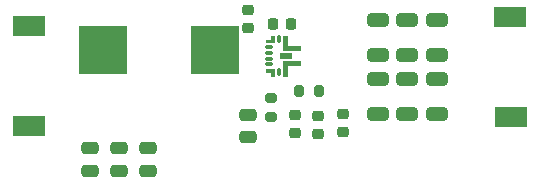
<source format=gbr>
%TF.GenerationSoftware,KiCad,Pcbnew,9.0.4*%
%TF.CreationDate,2025-09-16T11:07:58+03:00*%
%TF.ProjectId,5 to 15v,3520746f-2031-4357-962e-6b696361645f,rev?*%
%TF.SameCoordinates,Original*%
%TF.FileFunction,Paste,Top*%
%TF.FilePolarity,Positive*%
%FSLAX46Y46*%
G04 Gerber Fmt 4.6, Leading zero omitted, Abs format (unit mm)*
G04 Created by KiCad (PCBNEW 9.0.4) date 2025-09-16 11:07:58*
%MOMM*%
%LPD*%
G01*
G04 APERTURE LIST*
G04 Aperture macros list*
%AMRoundRect*
0 Rectangle with rounded corners*
0 $1 Rounding radius*
0 $2 $3 $4 $5 $6 $7 $8 $9 X,Y pos of 4 corners*
0 Add a 4 corners polygon primitive as box body*
4,1,4,$2,$3,$4,$5,$6,$7,$8,$9,$2,$3,0*
0 Add four circle primitives for the rounded corners*
1,1,$1+$1,$2,$3*
1,1,$1+$1,$4,$5*
1,1,$1+$1,$6,$7*
1,1,$1+$1,$8,$9*
0 Add four rect primitives between the rounded corners*
20,1,$1+$1,$2,$3,$4,$5,0*
20,1,$1+$1,$4,$5,$6,$7,0*
20,1,$1+$1,$6,$7,$8,$9,0*
20,1,$1+$1,$8,$9,$2,$3,0*%
G04 Aperture macros list end*
%ADD10C,0.010000*%
%ADD11R,2.700000X1.700000*%
%ADD12RoundRect,0.018750X0.106250X-0.256250X0.106250X0.256250X-0.106250X0.256250X-0.106250X-0.256250X0*%
%ADD13RoundRect,0.030000X0.470000X-0.170000X0.470000X0.170000X-0.470000X0.170000X-0.470000X-0.170000X0*%
%ADD14RoundRect,0.018750X0.256250X-0.106250X0.256250X0.106250X-0.256250X0.106250X-0.256250X-0.106250X0*%
%ADD15RoundRect,0.225000X-0.250000X0.225000X-0.250000X-0.225000X0.250000X-0.225000X0.250000X0.225000X0*%
%ADD16RoundRect,0.200000X-0.275000X0.200000X-0.275000X-0.200000X0.275000X-0.200000X0.275000X0.200000X0*%
%ADD17RoundRect,0.250000X-0.475000X0.250000X-0.475000X-0.250000X0.475000X-0.250000X0.475000X0.250000X0*%
%ADD18RoundRect,0.250000X-0.650000X0.325000X-0.650000X-0.325000X0.650000X-0.325000X0.650000X0.325000X0*%
%ADD19RoundRect,0.200000X-0.200000X-0.275000X0.200000X-0.275000X0.200000X0.275000X-0.200000X0.275000X0*%
%ADD20RoundRect,0.225000X-0.225000X-0.250000X0.225000X-0.250000X0.225000X0.250000X-0.225000X0.250000X0*%
%ADD21RoundRect,0.250000X0.650000X-0.325000X0.650000X0.325000X-0.650000X0.325000X-0.650000X-0.325000X0*%
%ADD22R,4.100000X4.100000*%
G04 APERTURE END LIST*
D10*
%TO.C,TPS1*%
X173730000Y-87626000D02*
X173731000Y-87626000D01*
X173733000Y-87626000D01*
X173734000Y-87627000D01*
X173735000Y-87627000D01*
X173736000Y-87628000D01*
X173738000Y-87628000D01*
X173739000Y-87629000D01*
X173740000Y-87630000D01*
X173741000Y-87631000D01*
X173742000Y-87631000D01*
X173743000Y-87632000D01*
X173744000Y-87633000D01*
X173744000Y-87634000D01*
X173745000Y-87635000D01*
X173746000Y-87636000D01*
X173747000Y-87637000D01*
X173747000Y-87639000D01*
X173748000Y-87640000D01*
X173748000Y-87641000D01*
X173749000Y-87642000D01*
X173749000Y-87644000D01*
X173749000Y-87645000D01*
X173750000Y-87646000D01*
X173750000Y-87647000D01*
X173750000Y-87649000D01*
X173750000Y-87650000D01*
X173750000Y-88175000D01*
X173750000Y-88176000D01*
X173750000Y-88178000D01*
X173750000Y-88179000D01*
X173749000Y-88180000D01*
X173749000Y-88181000D01*
X173749000Y-88183000D01*
X173748000Y-88184000D01*
X173748000Y-88185000D01*
X173747000Y-88186000D01*
X173747000Y-88188000D01*
X173746000Y-88189000D01*
X173745000Y-88190000D01*
X173744000Y-88191000D01*
X173744000Y-88192000D01*
X173743000Y-88193000D01*
X173742000Y-88194000D01*
X173741000Y-88194000D01*
X173740000Y-88195000D01*
X173739000Y-88196000D01*
X173738000Y-88197000D01*
X173736000Y-88197000D01*
X173735000Y-88198000D01*
X173734000Y-88198000D01*
X173733000Y-88199000D01*
X173731000Y-88199000D01*
X173730000Y-88199000D01*
X173729000Y-88200000D01*
X173728000Y-88200000D01*
X173726000Y-88200000D01*
X173725000Y-88200000D01*
X173525000Y-88200000D01*
X173524000Y-88200000D01*
X173522000Y-88200000D01*
X173521000Y-88200000D01*
X173520000Y-88199000D01*
X173519000Y-88199000D01*
X173517000Y-88199000D01*
X173516000Y-88198000D01*
X173515000Y-88198000D01*
X173514000Y-88197000D01*
X173512000Y-88197000D01*
X173511000Y-88196000D01*
X173510000Y-88195000D01*
X173509000Y-88194000D01*
X173508000Y-88194000D01*
X173507000Y-88193000D01*
X173506000Y-88192000D01*
X173506000Y-88191000D01*
X173505000Y-88190000D01*
X173504000Y-88189000D01*
X173503000Y-88188000D01*
X173503000Y-88186000D01*
X173502000Y-88185000D01*
X173502000Y-88184000D01*
X173501000Y-88183000D01*
X173501000Y-88181000D01*
X173501000Y-88180000D01*
X173500000Y-88179000D01*
X173500000Y-88178000D01*
X173500000Y-88176000D01*
X173500000Y-88175000D01*
X173500000Y-87875000D01*
X173500000Y-87874000D01*
X173500000Y-87872000D01*
X173500000Y-87871000D01*
X173499000Y-87870000D01*
X173499000Y-87869000D01*
X173499000Y-87867000D01*
X173498000Y-87866000D01*
X173498000Y-87865000D01*
X173497000Y-87864000D01*
X173497000Y-87863000D01*
X173496000Y-87861000D01*
X173495000Y-87860000D01*
X173494000Y-87859000D01*
X173494000Y-87858000D01*
X173493000Y-87857000D01*
X173492000Y-87856000D01*
X173491000Y-87856000D01*
X173490000Y-87855000D01*
X173489000Y-87854000D01*
X173488000Y-87853000D01*
X173486000Y-87853000D01*
X173485000Y-87852000D01*
X173484000Y-87852000D01*
X173483000Y-87851000D01*
X173481000Y-87851000D01*
X173480000Y-87851000D01*
X173479000Y-87850000D01*
X173478000Y-87850000D01*
X173476000Y-87850000D01*
X173475000Y-87850000D01*
X173075000Y-87850000D01*
X173074000Y-87850000D01*
X173072000Y-87850000D01*
X173071000Y-87850000D01*
X173070000Y-87849000D01*
X173069000Y-87849000D01*
X173067000Y-87849000D01*
X173066000Y-87848000D01*
X173065000Y-87848000D01*
X173064000Y-87847000D01*
X173063000Y-87847000D01*
X173061000Y-87846000D01*
X173060000Y-87845000D01*
X173059000Y-87844000D01*
X173058000Y-87844000D01*
X173057000Y-87843000D01*
X173056000Y-87842000D01*
X173056000Y-87841000D01*
X173055000Y-87840000D01*
X173054000Y-87839000D01*
X173053000Y-87837000D01*
X173053000Y-87836000D01*
X173052000Y-87835000D01*
X173052000Y-87834000D01*
X173051000Y-87833000D01*
X173051000Y-87831000D01*
X173051000Y-87830000D01*
X173050000Y-87829000D01*
X173050000Y-87828000D01*
X173050000Y-87826000D01*
X173050000Y-87825000D01*
X173050000Y-87650000D01*
X173050000Y-87649000D01*
X173050000Y-87647000D01*
X173050000Y-87646000D01*
X173051000Y-87645000D01*
X173051000Y-87644000D01*
X173051000Y-87642000D01*
X173052000Y-87641000D01*
X173052000Y-87640000D01*
X173053000Y-87639000D01*
X173053000Y-87637000D01*
X173054000Y-87636000D01*
X173055000Y-87635000D01*
X173056000Y-87634000D01*
X173056000Y-87633000D01*
X173057000Y-87632000D01*
X173058000Y-87631000D01*
X173059000Y-87631000D01*
X173060000Y-87630000D01*
X173061000Y-87629000D01*
X173062000Y-87628000D01*
X173064000Y-87628000D01*
X173065000Y-87627000D01*
X173066000Y-87627000D01*
X173067000Y-87626000D01*
X173069000Y-87626000D01*
X173070000Y-87626000D01*
X173071000Y-87625000D01*
X173072000Y-87625000D01*
X173074000Y-87625000D01*
X173075000Y-87625000D01*
X173725000Y-87625000D01*
X173726000Y-87625000D01*
X173728000Y-87625000D01*
X173729000Y-87625000D01*
X173730000Y-87626000D01*
G36*
X173730000Y-87626000D02*
G01*
X173731000Y-87626000D01*
X173733000Y-87626000D01*
X173734000Y-87627000D01*
X173735000Y-87627000D01*
X173736000Y-87628000D01*
X173738000Y-87628000D01*
X173739000Y-87629000D01*
X173740000Y-87630000D01*
X173741000Y-87631000D01*
X173742000Y-87631000D01*
X173743000Y-87632000D01*
X173744000Y-87633000D01*
X173744000Y-87634000D01*
X173745000Y-87635000D01*
X173746000Y-87636000D01*
X173747000Y-87637000D01*
X173747000Y-87639000D01*
X173748000Y-87640000D01*
X173748000Y-87641000D01*
X173749000Y-87642000D01*
X173749000Y-87644000D01*
X173749000Y-87645000D01*
X173750000Y-87646000D01*
X173750000Y-87647000D01*
X173750000Y-87649000D01*
X173750000Y-87650000D01*
X173750000Y-88175000D01*
X173750000Y-88176000D01*
X173750000Y-88178000D01*
X173750000Y-88179000D01*
X173749000Y-88180000D01*
X173749000Y-88181000D01*
X173749000Y-88183000D01*
X173748000Y-88184000D01*
X173748000Y-88185000D01*
X173747000Y-88186000D01*
X173747000Y-88188000D01*
X173746000Y-88189000D01*
X173745000Y-88190000D01*
X173744000Y-88191000D01*
X173744000Y-88192000D01*
X173743000Y-88193000D01*
X173742000Y-88194000D01*
X173741000Y-88194000D01*
X173740000Y-88195000D01*
X173739000Y-88196000D01*
X173738000Y-88197000D01*
X173736000Y-88197000D01*
X173735000Y-88198000D01*
X173734000Y-88198000D01*
X173733000Y-88199000D01*
X173731000Y-88199000D01*
X173730000Y-88199000D01*
X173729000Y-88200000D01*
X173728000Y-88200000D01*
X173726000Y-88200000D01*
X173725000Y-88200000D01*
X173525000Y-88200000D01*
X173524000Y-88200000D01*
X173522000Y-88200000D01*
X173521000Y-88200000D01*
X173520000Y-88199000D01*
X173519000Y-88199000D01*
X173517000Y-88199000D01*
X173516000Y-88198000D01*
X173515000Y-88198000D01*
X173514000Y-88197000D01*
X173512000Y-88197000D01*
X173511000Y-88196000D01*
X173510000Y-88195000D01*
X173509000Y-88194000D01*
X173508000Y-88194000D01*
X173507000Y-88193000D01*
X173506000Y-88192000D01*
X173506000Y-88191000D01*
X173505000Y-88190000D01*
X173504000Y-88189000D01*
X173503000Y-88188000D01*
X173503000Y-88186000D01*
X173502000Y-88185000D01*
X173502000Y-88184000D01*
X173501000Y-88183000D01*
X173501000Y-88181000D01*
X173501000Y-88180000D01*
X173500000Y-88179000D01*
X173500000Y-88178000D01*
X173500000Y-88176000D01*
X173500000Y-88175000D01*
X173500000Y-87875000D01*
X173500000Y-87874000D01*
X173500000Y-87872000D01*
X173500000Y-87871000D01*
X173499000Y-87870000D01*
X173499000Y-87869000D01*
X173499000Y-87867000D01*
X173498000Y-87866000D01*
X173498000Y-87865000D01*
X173497000Y-87864000D01*
X173497000Y-87863000D01*
X173496000Y-87861000D01*
X173495000Y-87860000D01*
X173494000Y-87859000D01*
X173494000Y-87858000D01*
X173493000Y-87857000D01*
X173492000Y-87856000D01*
X173491000Y-87856000D01*
X173490000Y-87855000D01*
X173489000Y-87854000D01*
X173488000Y-87853000D01*
X173486000Y-87853000D01*
X173485000Y-87852000D01*
X173484000Y-87852000D01*
X173483000Y-87851000D01*
X173481000Y-87851000D01*
X173480000Y-87851000D01*
X173479000Y-87850000D01*
X173478000Y-87850000D01*
X173476000Y-87850000D01*
X173475000Y-87850000D01*
X173075000Y-87850000D01*
X173074000Y-87850000D01*
X173072000Y-87850000D01*
X173071000Y-87850000D01*
X173070000Y-87849000D01*
X173069000Y-87849000D01*
X173067000Y-87849000D01*
X173066000Y-87848000D01*
X173065000Y-87848000D01*
X173064000Y-87847000D01*
X173063000Y-87847000D01*
X173061000Y-87846000D01*
X173060000Y-87845000D01*
X173059000Y-87844000D01*
X173058000Y-87844000D01*
X173057000Y-87843000D01*
X173056000Y-87842000D01*
X173056000Y-87841000D01*
X173055000Y-87840000D01*
X173054000Y-87839000D01*
X173053000Y-87837000D01*
X173053000Y-87836000D01*
X173052000Y-87835000D01*
X173052000Y-87834000D01*
X173051000Y-87833000D01*
X173051000Y-87831000D01*
X173051000Y-87830000D01*
X173050000Y-87829000D01*
X173050000Y-87828000D01*
X173050000Y-87826000D01*
X173050000Y-87825000D01*
X173050000Y-87650000D01*
X173050000Y-87649000D01*
X173050000Y-87647000D01*
X173050000Y-87646000D01*
X173051000Y-87645000D01*
X173051000Y-87644000D01*
X173051000Y-87642000D01*
X173052000Y-87641000D01*
X173052000Y-87640000D01*
X173053000Y-87639000D01*
X173053000Y-87637000D01*
X173054000Y-87636000D01*
X173055000Y-87635000D01*
X173056000Y-87634000D01*
X173056000Y-87633000D01*
X173057000Y-87632000D01*
X173058000Y-87631000D01*
X173059000Y-87631000D01*
X173060000Y-87630000D01*
X173061000Y-87629000D01*
X173062000Y-87628000D01*
X173064000Y-87628000D01*
X173065000Y-87627000D01*
X173066000Y-87627000D01*
X173067000Y-87626000D01*
X173069000Y-87626000D01*
X173070000Y-87626000D01*
X173071000Y-87625000D01*
X173072000Y-87625000D01*
X173074000Y-87625000D01*
X173075000Y-87625000D01*
X173725000Y-87625000D01*
X173726000Y-87625000D01*
X173728000Y-87625000D01*
X173729000Y-87625000D01*
X173730000Y-87626000D01*
G37*
X173730000Y-84801000D02*
X173731000Y-84801000D01*
X173733000Y-84801000D01*
X173734000Y-84802000D01*
X173735000Y-84802000D01*
X173736000Y-84803000D01*
X173738000Y-84803000D01*
X173739000Y-84804000D01*
X173740000Y-84805000D01*
X173741000Y-84806000D01*
X173742000Y-84806000D01*
X173743000Y-84807000D01*
X173744000Y-84808000D01*
X173744000Y-84809000D01*
X173745000Y-84810000D01*
X173746000Y-84811000D01*
X173747000Y-84812000D01*
X173747000Y-84814000D01*
X173748000Y-84815000D01*
X173748000Y-84816000D01*
X173749000Y-84817000D01*
X173749000Y-84819000D01*
X173749000Y-84820000D01*
X173750000Y-84821000D01*
X173750000Y-84822000D01*
X173750000Y-84824000D01*
X173750000Y-84825000D01*
X173750000Y-85350000D01*
X173750000Y-85351000D01*
X173750000Y-85353000D01*
X173750000Y-85354000D01*
X173749000Y-85355000D01*
X173749000Y-85356000D01*
X173749000Y-85358000D01*
X173748000Y-85359000D01*
X173748000Y-85360000D01*
X173747000Y-85361000D01*
X173747000Y-85363000D01*
X173746000Y-85364000D01*
X173745000Y-85365000D01*
X173744000Y-85366000D01*
X173744000Y-85367000D01*
X173743000Y-85368000D01*
X173742000Y-85369000D01*
X173741000Y-85369000D01*
X173740000Y-85370000D01*
X173739000Y-85371000D01*
X173738000Y-85372000D01*
X173736000Y-85372000D01*
X173735000Y-85373000D01*
X173734000Y-85373000D01*
X173733000Y-85374000D01*
X173731000Y-85374000D01*
X173730000Y-85374000D01*
X173729000Y-85375000D01*
X173728000Y-85375000D01*
X173726000Y-85375000D01*
X173725000Y-85375000D01*
X173075000Y-85375000D01*
X173074000Y-85375000D01*
X173072000Y-85375000D01*
X173071000Y-85375000D01*
X173070000Y-85374000D01*
X173069000Y-85374000D01*
X173067000Y-85374000D01*
X173066000Y-85373000D01*
X173065000Y-85373000D01*
X173064000Y-85372000D01*
X173062000Y-85372000D01*
X173061000Y-85371000D01*
X173060000Y-85370000D01*
X173059000Y-85369000D01*
X173058000Y-85369000D01*
X173057000Y-85368000D01*
X173056000Y-85367000D01*
X173056000Y-85366000D01*
X173055000Y-85365000D01*
X173054000Y-85364000D01*
X173053000Y-85363000D01*
X173053000Y-85361000D01*
X173052000Y-85360000D01*
X173052000Y-85359000D01*
X173051000Y-85358000D01*
X173051000Y-85356000D01*
X173051000Y-85355000D01*
X173050000Y-85354000D01*
X173050000Y-85353000D01*
X173050000Y-85351000D01*
X173050000Y-85350000D01*
X173050000Y-85175000D01*
X173050000Y-85174000D01*
X173050000Y-85172000D01*
X173050000Y-85171000D01*
X173051000Y-85170000D01*
X173051000Y-85169000D01*
X173051000Y-85167000D01*
X173052000Y-85166000D01*
X173052000Y-85165000D01*
X173053000Y-85164000D01*
X173053000Y-85163000D01*
X173054000Y-85161000D01*
X173055000Y-85160000D01*
X173056000Y-85159000D01*
X173056000Y-85158000D01*
X173057000Y-85157000D01*
X173058000Y-85156000D01*
X173059000Y-85156000D01*
X173060000Y-85155000D01*
X173061000Y-85154000D01*
X173063000Y-85153000D01*
X173064000Y-85153000D01*
X173065000Y-85152000D01*
X173066000Y-85152000D01*
X173067000Y-85151000D01*
X173069000Y-85151000D01*
X173070000Y-85151000D01*
X173071000Y-85150000D01*
X173072000Y-85150000D01*
X173074000Y-85150000D01*
X173075000Y-85150000D01*
X173475000Y-85150000D01*
X173476000Y-85150000D01*
X173478000Y-85150000D01*
X173479000Y-85150000D01*
X173480000Y-85149000D01*
X173481000Y-85149000D01*
X173483000Y-85149000D01*
X173484000Y-85148000D01*
X173485000Y-85148000D01*
X173486000Y-85147000D01*
X173488000Y-85147000D01*
X173489000Y-85146000D01*
X173490000Y-85145000D01*
X173491000Y-85144000D01*
X173492000Y-85144000D01*
X173493000Y-85143000D01*
X173494000Y-85142000D01*
X173494000Y-85141000D01*
X173495000Y-85140000D01*
X173496000Y-85139000D01*
X173497000Y-85137000D01*
X173497000Y-85136000D01*
X173498000Y-85135000D01*
X173498000Y-85134000D01*
X173499000Y-85133000D01*
X173499000Y-85131000D01*
X173499000Y-85130000D01*
X173500000Y-85129000D01*
X173500000Y-85128000D01*
X173500000Y-85126000D01*
X173500000Y-85125000D01*
X173500000Y-84825000D01*
X173500000Y-84824000D01*
X173500000Y-84822000D01*
X173500000Y-84821000D01*
X173501000Y-84820000D01*
X173501000Y-84819000D01*
X173501000Y-84817000D01*
X173502000Y-84816000D01*
X173502000Y-84815000D01*
X173503000Y-84814000D01*
X173503000Y-84812000D01*
X173504000Y-84811000D01*
X173505000Y-84810000D01*
X173506000Y-84809000D01*
X173506000Y-84808000D01*
X173507000Y-84807000D01*
X173508000Y-84806000D01*
X173509000Y-84806000D01*
X173510000Y-84805000D01*
X173511000Y-84804000D01*
X173512000Y-84803000D01*
X173514000Y-84803000D01*
X173515000Y-84802000D01*
X173516000Y-84802000D01*
X173517000Y-84801000D01*
X173519000Y-84801000D01*
X173520000Y-84801000D01*
X173521000Y-84800000D01*
X173522000Y-84800000D01*
X173524000Y-84800000D01*
X173525000Y-84800000D01*
X173725000Y-84800000D01*
X173726000Y-84800000D01*
X173728000Y-84800000D01*
X173729000Y-84800000D01*
X173730000Y-84801000D01*
G36*
X173730000Y-84801000D02*
G01*
X173731000Y-84801000D01*
X173733000Y-84801000D01*
X173734000Y-84802000D01*
X173735000Y-84802000D01*
X173736000Y-84803000D01*
X173738000Y-84803000D01*
X173739000Y-84804000D01*
X173740000Y-84805000D01*
X173741000Y-84806000D01*
X173742000Y-84806000D01*
X173743000Y-84807000D01*
X173744000Y-84808000D01*
X173744000Y-84809000D01*
X173745000Y-84810000D01*
X173746000Y-84811000D01*
X173747000Y-84812000D01*
X173747000Y-84814000D01*
X173748000Y-84815000D01*
X173748000Y-84816000D01*
X173749000Y-84817000D01*
X173749000Y-84819000D01*
X173749000Y-84820000D01*
X173750000Y-84821000D01*
X173750000Y-84822000D01*
X173750000Y-84824000D01*
X173750000Y-84825000D01*
X173750000Y-85350000D01*
X173750000Y-85351000D01*
X173750000Y-85353000D01*
X173750000Y-85354000D01*
X173749000Y-85355000D01*
X173749000Y-85356000D01*
X173749000Y-85358000D01*
X173748000Y-85359000D01*
X173748000Y-85360000D01*
X173747000Y-85361000D01*
X173747000Y-85363000D01*
X173746000Y-85364000D01*
X173745000Y-85365000D01*
X173744000Y-85366000D01*
X173744000Y-85367000D01*
X173743000Y-85368000D01*
X173742000Y-85369000D01*
X173741000Y-85369000D01*
X173740000Y-85370000D01*
X173739000Y-85371000D01*
X173738000Y-85372000D01*
X173736000Y-85372000D01*
X173735000Y-85373000D01*
X173734000Y-85373000D01*
X173733000Y-85374000D01*
X173731000Y-85374000D01*
X173730000Y-85374000D01*
X173729000Y-85375000D01*
X173728000Y-85375000D01*
X173726000Y-85375000D01*
X173725000Y-85375000D01*
X173075000Y-85375000D01*
X173074000Y-85375000D01*
X173072000Y-85375000D01*
X173071000Y-85375000D01*
X173070000Y-85374000D01*
X173069000Y-85374000D01*
X173067000Y-85374000D01*
X173066000Y-85373000D01*
X173065000Y-85373000D01*
X173064000Y-85372000D01*
X173062000Y-85372000D01*
X173061000Y-85371000D01*
X173060000Y-85370000D01*
X173059000Y-85369000D01*
X173058000Y-85369000D01*
X173057000Y-85368000D01*
X173056000Y-85367000D01*
X173056000Y-85366000D01*
X173055000Y-85365000D01*
X173054000Y-85364000D01*
X173053000Y-85363000D01*
X173053000Y-85361000D01*
X173052000Y-85360000D01*
X173052000Y-85359000D01*
X173051000Y-85358000D01*
X173051000Y-85356000D01*
X173051000Y-85355000D01*
X173050000Y-85354000D01*
X173050000Y-85353000D01*
X173050000Y-85351000D01*
X173050000Y-85350000D01*
X173050000Y-85175000D01*
X173050000Y-85174000D01*
X173050000Y-85172000D01*
X173050000Y-85171000D01*
X173051000Y-85170000D01*
X173051000Y-85169000D01*
X173051000Y-85167000D01*
X173052000Y-85166000D01*
X173052000Y-85165000D01*
X173053000Y-85164000D01*
X173053000Y-85163000D01*
X173054000Y-85161000D01*
X173055000Y-85160000D01*
X173056000Y-85159000D01*
X173056000Y-85158000D01*
X173057000Y-85157000D01*
X173058000Y-85156000D01*
X173059000Y-85156000D01*
X173060000Y-85155000D01*
X173061000Y-85154000D01*
X173063000Y-85153000D01*
X173064000Y-85153000D01*
X173065000Y-85152000D01*
X173066000Y-85152000D01*
X173067000Y-85151000D01*
X173069000Y-85151000D01*
X173070000Y-85151000D01*
X173071000Y-85150000D01*
X173072000Y-85150000D01*
X173074000Y-85150000D01*
X173075000Y-85150000D01*
X173475000Y-85150000D01*
X173476000Y-85150000D01*
X173478000Y-85150000D01*
X173479000Y-85150000D01*
X173480000Y-85149000D01*
X173481000Y-85149000D01*
X173483000Y-85149000D01*
X173484000Y-85148000D01*
X173485000Y-85148000D01*
X173486000Y-85147000D01*
X173488000Y-85147000D01*
X173489000Y-85146000D01*
X173490000Y-85145000D01*
X173491000Y-85144000D01*
X173492000Y-85144000D01*
X173493000Y-85143000D01*
X173494000Y-85142000D01*
X173494000Y-85141000D01*
X173495000Y-85140000D01*
X173496000Y-85139000D01*
X173497000Y-85137000D01*
X173497000Y-85136000D01*
X173498000Y-85135000D01*
X173498000Y-85134000D01*
X173499000Y-85133000D01*
X173499000Y-85131000D01*
X173499000Y-85130000D01*
X173500000Y-85129000D01*
X173500000Y-85128000D01*
X173500000Y-85126000D01*
X173500000Y-85125000D01*
X173500000Y-84825000D01*
X173500000Y-84824000D01*
X173500000Y-84822000D01*
X173500000Y-84821000D01*
X173501000Y-84820000D01*
X173501000Y-84819000D01*
X173501000Y-84817000D01*
X173502000Y-84816000D01*
X173502000Y-84815000D01*
X173503000Y-84814000D01*
X173503000Y-84812000D01*
X173504000Y-84811000D01*
X173505000Y-84810000D01*
X173506000Y-84809000D01*
X173506000Y-84808000D01*
X173507000Y-84807000D01*
X173508000Y-84806000D01*
X173509000Y-84806000D01*
X173510000Y-84805000D01*
X173511000Y-84804000D01*
X173512000Y-84803000D01*
X173514000Y-84803000D01*
X173515000Y-84802000D01*
X173516000Y-84802000D01*
X173517000Y-84801000D01*
X173519000Y-84801000D01*
X173520000Y-84801000D01*
X173521000Y-84800000D01*
X173522000Y-84800000D01*
X173524000Y-84800000D01*
X173525000Y-84800000D01*
X173725000Y-84800000D01*
X173726000Y-84800000D01*
X173728000Y-84800000D01*
X173729000Y-84800000D01*
X173730000Y-84801000D01*
G37*
X174830000Y-84801000D02*
X174831000Y-84801000D01*
X174833000Y-84801000D01*
X174834000Y-84802000D01*
X174835000Y-84802000D01*
X174836000Y-84803000D01*
X174838000Y-84803000D01*
X174839000Y-84804000D01*
X174840000Y-84805000D01*
X174841000Y-84806000D01*
X174842000Y-84806000D01*
X174843000Y-84807000D01*
X174844000Y-84808000D01*
X174844000Y-84809000D01*
X174845000Y-84810000D01*
X174846000Y-84811000D01*
X174847000Y-84812000D01*
X174847000Y-84814000D01*
X174848000Y-84815000D01*
X174848000Y-84816000D01*
X174849000Y-84817000D01*
X174849000Y-84819000D01*
X174849000Y-84820000D01*
X174850000Y-84821000D01*
X174850000Y-84822000D01*
X174850000Y-84824000D01*
X174850000Y-84825000D01*
X174850000Y-85675000D01*
X174850000Y-85676000D01*
X174850000Y-85678000D01*
X174850000Y-85679000D01*
X174851000Y-85680000D01*
X174851000Y-85681000D01*
X174851000Y-85683000D01*
X174852000Y-85684000D01*
X174852000Y-85685000D01*
X174853000Y-85686000D01*
X174853000Y-85687000D01*
X174854000Y-85689000D01*
X174855000Y-85690000D01*
X174856000Y-85691000D01*
X174856000Y-85692000D01*
X174857000Y-85693000D01*
X174858000Y-85694000D01*
X174859000Y-85694000D01*
X174860000Y-85695000D01*
X174861000Y-85696000D01*
X174862000Y-85697000D01*
X174864000Y-85697000D01*
X174865000Y-85698000D01*
X174866000Y-85698000D01*
X174867000Y-85699000D01*
X174869000Y-85699000D01*
X174870000Y-85699000D01*
X174871000Y-85700000D01*
X174872000Y-85700000D01*
X174874000Y-85700000D01*
X174875000Y-85700000D01*
X175925000Y-85700000D01*
X175926000Y-85700000D01*
X175928000Y-85700000D01*
X175929000Y-85700000D01*
X175930000Y-85701000D01*
X175931000Y-85701000D01*
X175933000Y-85701000D01*
X175934000Y-85702000D01*
X175935000Y-85702000D01*
X175936000Y-85703000D01*
X175938000Y-85703000D01*
X175939000Y-85704000D01*
X175940000Y-85705000D01*
X175941000Y-85706000D01*
X175942000Y-85706000D01*
X175943000Y-85707000D01*
X175944000Y-85708000D01*
X175944000Y-85709000D01*
X175945000Y-85710000D01*
X175946000Y-85711000D01*
X175947000Y-85712000D01*
X175947000Y-85714000D01*
X175948000Y-85715000D01*
X175948000Y-85716000D01*
X175949000Y-85717000D01*
X175949000Y-85719000D01*
X175949000Y-85720000D01*
X175950000Y-85721000D01*
X175950000Y-85722000D01*
X175950000Y-85724000D01*
X175950000Y-85725000D01*
X175950000Y-86025000D01*
X175950000Y-86026000D01*
X175950000Y-86028000D01*
X175950000Y-86029000D01*
X175949000Y-86030000D01*
X175949000Y-86031000D01*
X175949000Y-86033000D01*
X175948000Y-86034000D01*
X175948000Y-86035000D01*
X175947000Y-86036000D01*
X175947000Y-86037000D01*
X175946000Y-86039000D01*
X175945000Y-86040000D01*
X175944000Y-86041000D01*
X175944000Y-86042000D01*
X175943000Y-86043000D01*
X175942000Y-86044000D01*
X175941000Y-86044000D01*
X175940000Y-86045000D01*
X175939000Y-86046000D01*
X175938000Y-86047000D01*
X175936000Y-86047000D01*
X175935000Y-86048000D01*
X175934000Y-86048000D01*
X175933000Y-86049000D01*
X175931000Y-86049000D01*
X175930000Y-86049000D01*
X175929000Y-86050000D01*
X175928000Y-86050000D01*
X175926000Y-86050000D01*
X175925000Y-86050000D01*
X174525000Y-86050000D01*
X174524000Y-86050000D01*
X174522000Y-86050000D01*
X174521000Y-86050000D01*
X174520000Y-86049000D01*
X174519000Y-86049000D01*
X174517000Y-86049000D01*
X174516000Y-86048000D01*
X174515000Y-86048000D01*
X174514000Y-86047000D01*
X174512000Y-86047000D01*
X174511000Y-86046000D01*
X174510000Y-86045000D01*
X174509000Y-86044000D01*
X174508000Y-86044000D01*
X174507000Y-86043000D01*
X174506000Y-86042000D01*
X174506000Y-86041000D01*
X174505000Y-86040000D01*
X174504000Y-86039000D01*
X174503000Y-86037000D01*
X174503000Y-86036000D01*
X174502000Y-86035000D01*
X174502000Y-86034000D01*
X174501000Y-86033000D01*
X174501000Y-86031000D01*
X174501000Y-86030000D01*
X174500000Y-86029000D01*
X174500000Y-86028000D01*
X174500000Y-86026000D01*
X174500000Y-86025000D01*
X174500000Y-84825000D01*
X174500000Y-84824000D01*
X174500000Y-84822000D01*
X174500000Y-84821000D01*
X174501000Y-84820000D01*
X174501000Y-84819000D01*
X174501000Y-84817000D01*
X174502000Y-84816000D01*
X174502000Y-84815000D01*
X174503000Y-84814000D01*
X174503000Y-84812000D01*
X174504000Y-84811000D01*
X174505000Y-84810000D01*
X174506000Y-84809000D01*
X174506000Y-84808000D01*
X174507000Y-84807000D01*
X174508000Y-84806000D01*
X174509000Y-84806000D01*
X174510000Y-84805000D01*
X174511000Y-84804000D01*
X174512000Y-84803000D01*
X174514000Y-84803000D01*
X174515000Y-84802000D01*
X174516000Y-84802000D01*
X174517000Y-84801000D01*
X174519000Y-84801000D01*
X174520000Y-84801000D01*
X174521000Y-84800000D01*
X174522000Y-84800000D01*
X174524000Y-84800000D01*
X174525000Y-84800000D01*
X174825000Y-84800000D01*
X174826000Y-84800000D01*
X174828000Y-84800000D01*
X174829000Y-84800000D01*
X174830000Y-84801000D01*
G36*
X174830000Y-84801000D02*
G01*
X174831000Y-84801000D01*
X174833000Y-84801000D01*
X174834000Y-84802000D01*
X174835000Y-84802000D01*
X174836000Y-84803000D01*
X174838000Y-84803000D01*
X174839000Y-84804000D01*
X174840000Y-84805000D01*
X174841000Y-84806000D01*
X174842000Y-84806000D01*
X174843000Y-84807000D01*
X174844000Y-84808000D01*
X174844000Y-84809000D01*
X174845000Y-84810000D01*
X174846000Y-84811000D01*
X174847000Y-84812000D01*
X174847000Y-84814000D01*
X174848000Y-84815000D01*
X174848000Y-84816000D01*
X174849000Y-84817000D01*
X174849000Y-84819000D01*
X174849000Y-84820000D01*
X174850000Y-84821000D01*
X174850000Y-84822000D01*
X174850000Y-84824000D01*
X174850000Y-84825000D01*
X174850000Y-85675000D01*
X174850000Y-85676000D01*
X174850000Y-85678000D01*
X174850000Y-85679000D01*
X174851000Y-85680000D01*
X174851000Y-85681000D01*
X174851000Y-85683000D01*
X174852000Y-85684000D01*
X174852000Y-85685000D01*
X174853000Y-85686000D01*
X174853000Y-85687000D01*
X174854000Y-85689000D01*
X174855000Y-85690000D01*
X174856000Y-85691000D01*
X174856000Y-85692000D01*
X174857000Y-85693000D01*
X174858000Y-85694000D01*
X174859000Y-85694000D01*
X174860000Y-85695000D01*
X174861000Y-85696000D01*
X174862000Y-85697000D01*
X174864000Y-85697000D01*
X174865000Y-85698000D01*
X174866000Y-85698000D01*
X174867000Y-85699000D01*
X174869000Y-85699000D01*
X174870000Y-85699000D01*
X174871000Y-85700000D01*
X174872000Y-85700000D01*
X174874000Y-85700000D01*
X174875000Y-85700000D01*
X175925000Y-85700000D01*
X175926000Y-85700000D01*
X175928000Y-85700000D01*
X175929000Y-85700000D01*
X175930000Y-85701000D01*
X175931000Y-85701000D01*
X175933000Y-85701000D01*
X175934000Y-85702000D01*
X175935000Y-85702000D01*
X175936000Y-85703000D01*
X175938000Y-85703000D01*
X175939000Y-85704000D01*
X175940000Y-85705000D01*
X175941000Y-85706000D01*
X175942000Y-85706000D01*
X175943000Y-85707000D01*
X175944000Y-85708000D01*
X175944000Y-85709000D01*
X175945000Y-85710000D01*
X175946000Y-85711000D01*
X175947000Y-85712000D01*
X175947000Y-85714000D01*
X175948000Y-85715000D01*
X175948000Y-85716000D01*
X175949000Y-85717000D01*
X175949000Y-85719000D01*
X175949000Y-85720000D01*
X175950000Y-85721000D01*
X175950000Y-85722000D01*
X175950000Y-85724000D01*
X175950000Y-85725000D01*
X175950000Y-86025000D01*
X175950000Y-86026000D01*
X175950000Y-86028000D01*
X175950000Y-86029000D01*
X175949000Y-86030000D01*
X175949000Y-86031000D01*
X175949000Y-86033000D01*
X175948000Y-86034000D01*
X175948000Y-86035000D01*
X175947000Y-86036000D01*
X175947000Y-86037000D01*
X175946000Y-86039000D01*
X175945000Y-86040000D01*
X175944000Y-86041000D01*
X175944000Y-86042000D01*
X175943000Y-86043000D01*
X175942000Y-86044000D01*
X175941000Y-86044000D01*
X175940000Y-86045000D01*
X175939000Y-86046000D01*
X175938000Y-86047000D01*
X175936000Y-86047000D01*
X175935000Y-86048000D01*
X175934000Y-86048000D01*
X175933000Y-86049000D01*
X175931000Y-86049000D01*
X175930000Y-86049000D01*
X175929000Y-86050000D01*
X175928000Y-86050000D01*
X175926000Y-86050000D01*
X175925000Y-86050000D01*
X174525000Y-86050000D01*
X174524000Y-86050000D01*
X174522000Y-86050000D01*
X174521000Y-86050000D01*
X174520000Y-86049000D01*
X174519000Y-86049000D01*
X174517000Y-86049000D01*
X174516000Y-86048000D01*
X174515000Y-86048000D01*
X174514000Y-86047000D01*
X174512000Y-86047000D01*
X174511000Y-86046000D01*
X174510000Y-86045000D01*
X174509000Y-86044000D01*
X174508000Y-86044000D01*
X174507000Y-86043000D01*
X174506000Y-86042000D01*
X174506000Y-86041000D01*
X174505000Y-86040000D01*
X174504000Y-86039000D01*
X174503000Y-86037000D01*
X174503000Y-86036000D01*
X174502000Y-86035000D01*
X174502000Y-86034000D01*
X174501000Y-86033000D01*
X174501000Y-86031000D01*
X174501000Y-86030000D01*
X174500000Y-86029000D01*
X174500000Y-86028000D01*
X174500000Y-86026000D01*
X174500000Y-86025000D01*
X174500000Y-84825000D01*
X174500000Y-84824000D01*
X174500000Y-84822000D01*
X174500000Y-84821000D01*
X174501000Y-84820000D01*
X174501000Y-84819000D01*
X174501000Y-84817000D01*
X174502000Y-84816000D01*
X174502000Y-84815000D01*
X174503000Y-84814000D01*
X174503000Y-84812000D01*
X174504000Y-84811000D01*
X174505000Y-84810000D01*
X174506000Y-84809000D01*
X174506000Y-84808000D01*
X174507000Y-84807000D01*
X174508000Y-84806000D01*
X174509000Y-84806000D01*
X174510000Y-84805000D01*
X174511000Y-84804000D01*
X174512000Y-84803000D01*
X174514000Y-84803000D01*
X174515000Y-84802000D01*
X174516000Y-84802000D01*
X174517000Y-84801000D01*
X174519000Y-84801000D01*
X174520000Y-84801000D01*
X174521000Y-84800000D01*
X174522000Y-84800000D01*
X174524000Y-84800000D01*
X174525000Y-84800000D01*
X174825000Y-84800000D01*
X174826000Y-84800000D01*
X174828000Y-84800000D01*
X174829000Y-84800000D01*
X174830000Y-84801000D01*
G37*
X175930000Y-86951000D02*
X175931000Y-86951000D01*
X175933000Y-86951000D01*
X175934000Y-86952000D01*
X175935000Y-86952000D01*
X175936000Y-86953000D01*
X175938000Y-86953000D01*
X175939000Y-86954000D01*
X175940000Y-86955000D01*
X175941000Y-86956000D01*
X175942000Y-86956000D01*
X175943000Y-86957000D01*
X175944000Y-86958000D01*
X175944000Y-86959000D01*
X175945000Y-86960000D01*
X175946000Y-86961000D01*
X175947000Y-86963000D01*
X175947000Y-86964000D01*
X175948000Y-86965000D01*
X175948000Y-86966000D01*
X175949000Y-86967000D01*
X175949000Y-86969000D01*
X175949000Y-86970000D01*
X175950000Y-86971000D01*
X175950000Y-86972000D01*
X175950000Y-86974000D01*
X175950000Y-86975000D01*
X175950000Y-87275000D01*
X175950000Y-87276000D01*
X175950000Y-87278000D01*
X175950000Y-87279000D01*
X175949000Y-87280000D01*
X175949000Y-87281000D01*
X175949000Y-87283000D01*
X175948000Y-87284000D01*
X175948000Y-87285000D01*
X175947000Y-87286000D01*
X175947000Y-87288000D01*
X175946000Y-87289000D01*
X175945000Y-87290000D01*
X175944000Y-87291000D01*
X175944000Y-87292000D01*
X175943000Y-87293000D01*
X175942000Y-87294000D01*
X175941000Y-87294000D01*
X175940000Y-87295000D01*
X175939000Y-87296000D01*
X175938000Y-87297000D01*
X175936000Y-87297000D01*
X175935000Y-87298000D01*
X175934000Y-87298000D01*
X175933000Y-87299000D01*
X175931000Y-87299000D01*
X175930000Y-87299000D01*
X175929000Y-87300000D01*
X175928000Y-87300000D01*
X175926000Y-87300000D01*
X175925000Y-87300000D01*
X174875000Y-87300000D01*
X174874000Y-87300000D01*
X174872000Y-87300000D01*
X174871000Y-87300000D01*
X174870000Y-87301000D01*
X174869000Y-87301000D01*
X174867000Y-87301000D01*
X174866000Y-87302000D01*
X174865000Y-87302000D01*
X174864000Y-87303000D01*
X174862000Y-87303000D01*
X174861000Y-87304000D01*
X174860000Y-87305000D01*
X174859000Y-87306000D01*
X174858000Y-87306000D01*
X174857000Y-87307000D01*
X174856000Y-87308000D01*
X174856000Y-87309000D01*
X174855000Y-87310000D01*
X174854000Y-87311000D01*
X174853000Y-87313000D01*
X174853000Y-87314000D01*
X174852000Y-87315000D01*
X174852000Y-87316000D01*
X174851000Y-87317000D01*
X174851000Y-87319000D01*
X174851000Y-87320000D01*
X174850000Y-87321000D01*
X174850000Y-87322000D01*
X174850000Y-87324000D01*
X174850000Y-87325000D01*
X174850000Y-88175000D01*
X174850000Y-88176000D01*
X174850000Y-88178000D01*
X174850000Y-88179000D01*
X174849000Y-88180000D01*
X174849000Y-88181000D01*
X174849000Y-88183000D01*
X174848000Y-88184000D01*
X174848000Y-88185000D01*
X174847000Y-88186000D01*
X174847000Y-88188000D01*
X174846000Y-88189000D01*
X174845000Y-88190000D01*
X174844000Y-88191000D01*
X174844000Y-88192000D01*
X174843000Y-88193000D01*
X174842000Y-88194000D01*
X174841000Y-88194000D01*
X174840000Y-88195000D01*
X174839000Y-88196000D01*
X174838000Y-88197000D01*
X174836000Y-88197000D01*
X174835000Y-88198000D01*
X174834000Y-88198000D01*
X174833000Y-88199000D01*
X174831000Y-88199000D01*
X174830000Y-88199000D01*
X174829000Y-88200000D01*
X174828000Y-88200000D01*
X174826000Y-88200000D01*
X174825000Y-88200000D01*
X174525000Y-88200000D01*
X174524000Y-88200000D01*
X174522000Y-88200000D01*
X174521000Y-88200000D01*
X174520000Y-88199000D01*
X174519000Y-88199000D01*
X174517000Y-88199000D01*
X174516000Y-88198000D01*
X174515000Y-88198000D01*
X174514000Y-88197000D01*
X174512000Y-88197000D01*
X174511000Y-88196000D01*
X174510000Y-88195000D01*
X174509000Y-88194000D01*
X174508000Y-88194000D01*
X174507000Y-88193000D01*
X174506000Y-88192000D01*
X174506000Y-88191000D01*
X174505000Y-88190000D01*
X174504000Y-88189000D01*
X174503000Y-88188000D01*
X174503000Y-88186000D01*
X174502000Y-88185000D01*
X174502000Y-88184000D01*
X174501000Y-88183000D01*
X174501000Y-88181000D01*
X174501000Y-88180000D01*
X174500000Y-88179000D01*
X174500000Y-88178000D01*
X174500000Y-88176000D01*
X174500000Y-88175000D01*
X174500000Y-86975000D01*
X174500000Y-86974000D01*
X174500000Y-86972000D01*
X174500000Y-86971000D01*
X174501000Y-86970000D01*
X174501000Y-86969000D01*
X174501000Y-86967000D01*
X174502000Y-86966000D01*
X174502000Y-86965000D01*
X174503000Y-86964000D01*
X174503000Y-86963000D01*
X174504000Y-86961000D01*
X174505000Y-86960000D01*
X174506000Y-86959000D01*
X174506000Y-86958000D01*
X174507000Y-86957000D01*
X174508000Y-86956000D01*
X174509000Y-86956000D01*
X174510000Y-86955000D01*
X174511000Y-86954000D01*
X174512000Y-86953000D01*
X174514000Y-86953000D01*
X174515000Y-86952000D01*
X174516000Y-86952000D01*
X174517000Y-86951000D01*
X174519000Y-86951000D01*
X174520000Y-86951000D01*
X174521000Y-86950000D01*
X174522000Y-86950000D01*
X174524000Y-86950000D01*
X174525000Y-86950000D01*
X175925000Y-86950000D01*
X175926000Y-86950000D01*
X175928000Y-86950000D01*
X175929000Y-86950000D01*
X175930000Y-86951000D01*
G36*
X175930000Y-86951000D02*
G01*
X175931000Y-86951000D01*
X175933000Y-86951000D01*
X175934000Y-86952000D01*
X175935000Y-86952000D01*
X175936000Y-86953000D01*
X175938000Y-86953000D01*
X175939000Y-86954000D01*
X175940000Y-86955000D01*
X175941000Y-86956000D01*
X175942000Y-86956000D01*
X175943000Y-86957000D01*
X175944000Y-86958000D01*
X175944000Y-86959000D01*
X175945000Y-86960000D01*
X175946000Y-86961000D01*
X175947000Y-86963000D01*
X175947000Y-86964000D01*
X175948000Y-86965000D01*
X175948000Y-86966000D01*
X175949000Y-86967000D01*
X175949000Y-86969000D01*
X175949000Y-86970000D01*
X175950000Y-86971000D01*
X175950000Y-86972000D01*
X175950000Y-86974000D01*
X175950000Y-86975000D01*
X175950000Y-87275000D01*
X175950000Y-87276000D01*
X175950000Y-87278000D01*
X175950000Y-87279000D01*
X175949000Y-87280000D01*
X175949000Y-87281000D01*
X175949000Y-87283000D01*
X175948000Y-87284000D01*
X175948000Y-87285000D01*
X175947000Y-87286000D01*
X175947000Y-87288000D01*
X175946000Y-87289000D01*
X175945000Y-87290000D01*
X175944000Y-87291000D01*
X175944000Y-87292000D01*
X175943000Y-87293000D01*
X175942000Y-87294000D01*
X175941000Y-87294000D01*
X175940000Y-87295000D01*
X175939000Y-87296000D01*
X175938000Y-87297000D01*
X175936000Y-87297000D01*
X175935000Y-87298000D01*
X175934000Y-87298000D01*
X175933000Y-87299000D01*
X175931000Y-87299000D01*
X175930000Y-87299000D01*
X175929000Y-87300000D01*
X175928000Y-87300000D01*
X175926000Y-87300000D01*
X175925000Y-87300000D01*
X174875000Y-87300000D01*
X174874000Y-87300000D01*
X174872000Y-87300000D01*
X174871000Y-87300000D01*
X174870000Y-87301000D01*
X174869000Y-87301000D01*
X174867000Y-87301000D01*
X174866000Y-87302000D01*
X174865000Y-87302000D01*
X174864000Y-87303000D01*
X174862000Y-87303000D01*
X174861000Y-87304000D01*
X174860000Y-87305000D01*
X174859000Y-87306000D01*
X174858000Y-87306000D01*
X174857000Y-87307000D01*
X174856000Y-87308000D01*
X174856000Y-87309000D01*
X174855000Y-87310000D01*
X174854000Y-87311000D01*
X174853000Y-87313000D01*
X174853000Y-87314000D01*
X174852000Y-87315000D01*
X174852000Y-87316000D01*
X174851000Y-87317000D01*
X174851000Y-87319000D01*
X174851000Y-87320000D01*
X174850000Y-87321000D01*
X174850000Y-87322000D01*
X174850000Y-87324000D01*
X174850000Y-87325000D01*
X174850000Y-88175000D01*
X174850000Y-88176000D01*
X174850000Y-88178000D01*
X174850000Y-88179000D01*
X174849000Y-88180000D01*
X174849000Y-88181000D01*
X174849000Y-88183000D01*
X174848000Y-88184000D01*
X174848000Y-88185000D01*
X174847000Y-88186000D01*
X174847000Y-88188000D01*
X174846000Y-88189000D01*
X174845000Y-88190000D01*
X174844000Y-88191000D01*
X174844000Y-88192000D01*
X174843000Y-88193000D01*
X174842000Y-88194000D01*
X174841000Y-88194000D01*
X174840000Y-88195000D01*
X174839000Y-88196000D01*
X174838000Y-88197000D01*
X174836000Y-88197000D01*
X174835000Y-88198000D01*
X174834000Y-88198000D01*
X174833000Y-88199000D01*
X174831000Y-88199000D01*
X174830000Y-88199000D01*
X174829000Y-88200000D01*
X174828000Y-88200000D01*
X174826000Y-88200000D01*
X174825000Y-88200000D01*
X174525000Y-88200000D01*
X174524000Y-88200000D01*
X174522000Y-88200000D01*
X174521000Y-88200000D01*
X174520000Y-88199000D01*
X174519000Y-88199000D01*
X174517000Y-88199000D01*
X174516000Y-88198000D01*
X174515000Y-88198000D01*
X174514000Y-88197000D01*
X174512000Y-88197000D01*
X174511000Y-88196000D01*
X174510000Y-88195000D01*
X174509000Y-88194000D01*
X174508000Y-88194000D01*
X174507000Y-88193000D01*
X174506000Y-88192000D01*
X174506000Y-88191000D01*
X174505000Y-88190000D01*
X174504000Y-88189000D01*
X174503000Y-88188000D01*
X174503000Y-88186000D01*
X174502000Y-88185000D01*
X174502000Y-88184000D01*
X174501000Y-88183000D01*
X174501000Y-88181000D01*
X174501000Y-88180000D01*
X174500000Y-88179000D01*
X174500000Y-88178000D01*
X174500000Y-88176000D01*
X174500000Y-88175000D01*
X174500000Y-86975000D01*
X174500000Y-86974000D01*
X174500000Y-86972000D01*
X174500000Y-86971000D01*
X174501000Y-86970000D01*
X174501000Y-86969000D01*
X174501000Y-86967000D01*
X174502000Y-86966000D01*
X174502000Y-86965000D01*
X174503000Y-86964000D01*
X174503000Y-86963000D01*
X174504000Y-86961000D01*
X174505000Y-86960000D01*
X174506000Y-86959000D01*
X174506000Y-86958000D01*
X174507000Y-86957000D01*
X174508000Y-86956000D01*
X174509000Y-86956000D01*
X174510000Y-86955000D01*
X174511000Y-86954000D01*
X174512000Y-86953000D01*
X174514000Y-86953000D01*
X174515000Y-86952000D01*
X174516000Y-86952000D01*
X174517000Y-86951000D01*
X174519000Y-86951000D01*
X174520000Y-86951000D01*
X174521000Y-86950000D01*
X174522000Y-86950000D01*
X174524000Y-86950000D01*
X174525000Y-86950000D01*
X175925000Y-86950000D01*
X175926000Y-86950000D01*
X175928000Y-86950000D01*
X175929000Y-86950000D01*
X175930000Y-86951000D01*
G37*
%TD*%
D11*
%TO.C,*%
X193800000Y-91680000D03*
%TD*%
D12*
%TO.C,TPS1*%
X174125000Y-87925000D03*
D13*
X174750000Y-86500000D03*
D12*
X174125000Y-85075000D03*
D14*
X173325000Y-85750000D03*
X173325000Y-86250000D03*
X173325000Y-86750000D03*
X173325000Y-87250000D03*
%TD*%
D15*
%TO.C,C11*%
X175500000Y-91525000D03*
X175500000Y-93075000D03*
%TD*%
%TO.C,C1*%
X171500000Y-82625000D03*
X171500000Y-84175000D03*
%TD*%
D16*
%TO.C,R4*%
X173500000Y-90075000D03*
X173500000Y-91725000D03*
%TD*%
D17*
%TO.C,C9*%
X163090000Y-94350000D03*
X163090000Y-96250000D03*
%TD*%
D18*
%TO.C,C2*%
X187500000Y-88510000D03*
X187500000Y-91460000D03*
%TD*%
D17*
%TO.C,C7*%
X171550000Y-91530000D03*
X171550000Y-93430000D03*
%TD*%
D15*
%TO.C,C10*%
X179520000Y-91425000D03*
X179520000Y-92975000D03*
%TD*%
D19*
%TO.C,R3*%
X175875000Y-89500000D03*
X177525000Y-89500000D03*
%TD*%
D15*
%TO.C,C12*%
X177460000Y-91600000D03*
X177460000Y-93150000D03*
%TD*%
D11*
%TO.C,*%
X153000000Y-92470000D03*
%TD*%
D20*
%TO.C,C8*%
X173625000Y-83800000D03*
X175175000Y-83800000D03*
%TD*%
D18*
%TO.C,C4*%
X182500000Y-88510000D03*
X182500000Y-91460000D03*
%TD*%
D21*
%TO.C,C6*%
X187500000Y-86475000D03*
X187500000Y-83525000D03*
%TD*%
D17*
%TO.C,C14*%
X158150000Y-94350000D03*
X158150000Y-96250000D03*
%TD*%
D21*
%TO.C,C15*%
X182500000Y-86460000D03*
X182500000Y-83510000D03*
%TD*%
D11*
%TO.C,*%
X152960000Y-83970000D03*
%TD*%
D17*
%TO.C,C13*%
X160620000Y-94350000D03*
X160620000Y-96250000D03*
%TD*%
D18*
%TO.C,C3*%
X185000000Y-88510000D03*
X185000000Y-91460000D03*
%TD*%
D22*
%TO.C,L1*%
X159250000Y-86000000D03*
X168750000Y-86000000D03*
%TD*%
D21*
%TO.C,C5*%
X185000000Y-86475000D03*
X185000000Y-83525000D03*
%TD*%
D11*
%TO.C,*%
X193680000Y-83210000D03*
%TD*%
M02*

</source>
